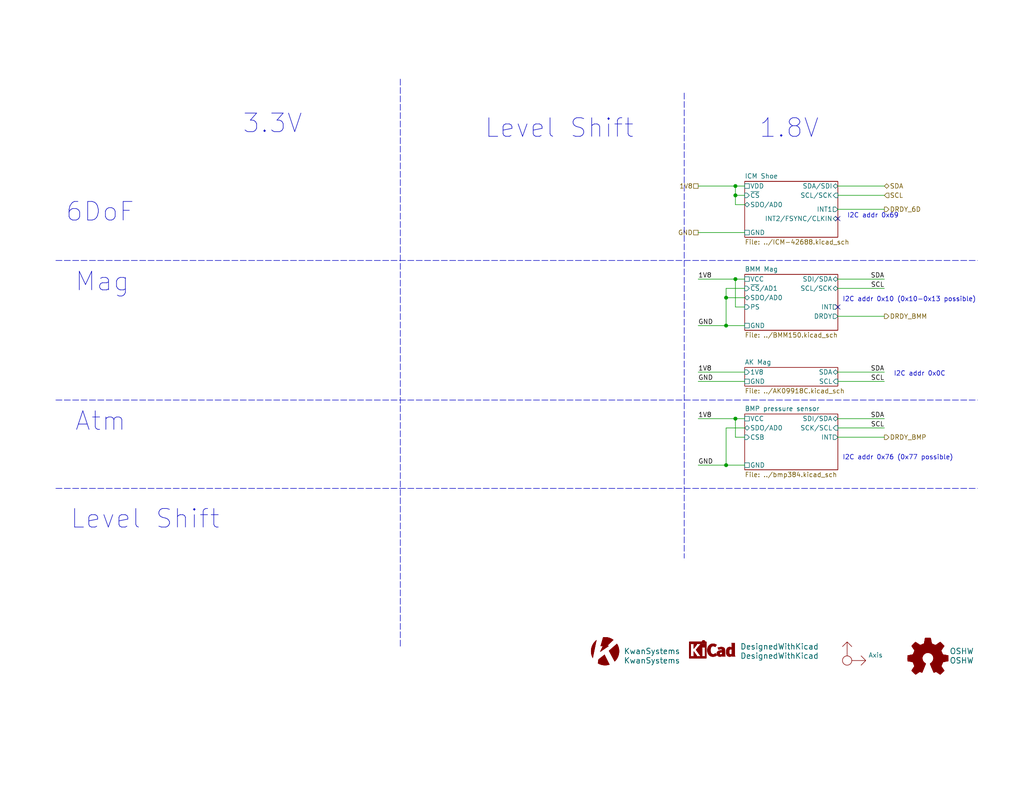
<source format=kicad_sch>
(kicad_sch (version 20211123) (generator eeschema)
  (paper "USLetter")
  (title_block (title "Rollercoasterometer") (date "2022-10-07") (company "Kwan Systems"))
  (lib_symbols
    (symbol "KwanSystems:Axis" (in_bom no)
      (property "Value" "Axis" (at 0 -2.54 0))
      (symbol "Axis_0_1"
        (polyline (pts (xy 0 1.27) (xy 0 5.08) (xy -1.27 3.81) (xy 0 5.08) (xy 1.27 3.81)) (stroke (width 0.1524)))
        (polyline (pts (xy 1.27 0) (xy 5.08 0) (xy 3.81 1.27) (xy 5.08 0) (xy 3.81 -1.27)) (stroke (width 0.1524)))
        (circle (center 0 0) (radius 1.27) (stroke (width 0.1524)))
      )
    )
    (symbol "KwanSystems:DesignedWithKicad" (pin_names (offset 1.016)) (in_bom no)
      (property "Value" "DesignedWithKicad" (at 3.81 -2.54 0))
      (symbol "DesignedWithKicad_0_1"
        (polyline (pts (xy -2.273 4.2434) (xy -2.1768 4.2192) (xy -2.0902 4.1764) (xy -2.0154 4.1166) (xy -1.9544 4.0415) (xy -1.9094 3.9528) (xy -1.8831 3.8565) (xy -1.8773 3.7592) (xy -1.8921 3.6653) (xy -1.9258 3.5775) (xy -1.9765 3.4982) (xy -2.0423 3.4302) (xy -2.1214 3.3759) (xy -2.2119 3.338) (xy -2.2632 3.3256) (xy -2.3077 3.3181) (xy -2.342 3.3151) (xy -2.375 3.3169) (xy -2.4154 3.3238) (xy -2.4485 3.3308) (xy -2.5419 3.3623) (xy -2.6256 3.4134) (xy -2.6977 3.4826) (xy -2.7562 3.5683) (xy -2.7701 3.5955) (xy -2.7866 3.6319) (xy -2.7969 3.6624) (xy -2.8025 3.6946) (xy -2.8047 3.7357) (xy -2.8049 3.7818) (xy -2.8009 3.8661) (xy -2.7874 3.9354) (xy -2.7623 3.996) (xy -2.7228 4.0544) (xy -2.6843 4.0987) (xy -2.6124 4.1645) (xy -2.5373 4.2099) (xy -2.4546 4.2372) (xy -2.3769 4.2474) (xy -2.273 4.2434)) (stroke (width 0.0025)) (fill (type outline)))
        (polyline (pts (xy 0.3284 3.3209) (xy 0.4886 3.2998) (xy 0.6525 3.2596) (xy 0.8223 3.2001) (xy 1 3.1208) (xy 1.0113 3.1153) (xy 1.069 3.0873) (xy 1.1206 3.0632) (xy 1.1622 3.0448) (xy 1.1902 3.0336) (xy 1.1997 3.0311) (xy 1.219 3.0261) (xy 1.2236 3.0219) (xy 1.2185 3.0114) (xy 1.2024 2.9851) (xy 1.1773 2.9457) (xy 1.1449 2.896) (xy 1.1071 2.8387) (xy 1.0658 2.7765) (xy 1.0228 2.7123) (xy 0.9799 2.6487) (xy 0.939 2.5886) (xy 0.902 2.5346) (xy 0.8706 2.4896) (xy 0.8468 2.4563) (xy 0.8323 2.4374) (xy 0.8303 2.4352) (xy 0.8202 2.4399) (xy 0.7978 2.457) (xy 0.7673 2.4836) (xy 0.7515 2.498) (xy 0.655 2.5733) (xy 0.5483 2.6288) (xy 0.4328 2.6639) (xy 0.31 2.6781) (xy 0.2406 2.6769) (xy 0.1194 2.6598) (xy 0.0102 2.6239) (xy -0.0874 2.569) (xy -0.1738 2.4949) (xy -0.2492 2.4013) (xy -0.314 2.2879) (xy -0.3514 2.2013) (xy -0.3953 2.0656) (xy -0.4276 1.9182) (xy -0.4484 1.7627) (xy -0.4579 1.603) (xy -0.4562 1.443) (xy -0.4432 1.2864) (xy -0.4191 1.1371) (xy -0.384 0.9988) (xy -0.3379 0.8753) (xy -0.3216 0.841) (xy -0.2534 0.7269) (xy -0.1729 0.6304) (xy -0.0814 0.5523) (xy 0.0199 0.4934) (xy 0.1299 0.4544) (xy 0.2474 0.4361) (xy 0.2889 0.4348) (xy 0.4104 0.4457) (xy 0.5309 0.4785) (xy 0.6487 0.5326) (xy 0.7623 0.6071) (xy 0.8537 0.6855) (xy 0.9002 0.73) (xy 1.0815 0.4327) (xy 1.1266 0.3586) (xy 1.1678 0.2904) (xy 1.2037 0.2305) (xy 1.2329 0.1816) (xy 1.2538 0.1459) (xy 1.2649 0.126) (xy 1.2664 0.1229) (xy 1.2581 0.1133) (xy 1.2326 0.096) (xy 1.1929 0.0727) (xy 1.1423 0.0451) (xy 1.0841 0.0147) (xy 1.0214 -0.0168) (xy 0.9576 -0.0477) (xy 0.8959 -0.0765) (xy 0.8394 -0.1014) (xy 0.7914 -0.1209) (xy 0.768 -0.1293) (xy 0.6342 -0.1671) (xy 0.4963 -0.1921) (xy 0.3486 -0.2051) (xy 0.2218 -0.2075) (xy 0.1539 -0.2064) (xy 0.0883 -0.2043) (xy 0.0308 -0.2014) (xy -0.0126 -0.1981) (xy -0.0267 -0.1964) (xy -0.1657 -0.1676) (xy -0.3072 -0.1225) (xy -0.4447 -0.0638) (xy -0.5716 0.0059) (xy -0.6491 0.0586) (xy -0.7765 0.1668) (xy -0.8948 0.2933) (xy -1.0018 0.4351) (xy -1.0953 0.589) (xy -1.1732 0.7519) (xy -1.217 0.8692) (xy -1.2673 1.0529) (xy -1.3008 1.2474) (xy -1.3176 1.4487) (xy -1.3176 1.6524) (xy -1.3009 1.8545) (xy -1.2675 2.0506) (xy -1.2174 2.2366) (xy -1.2136 2.2482) (xy -1.1507 2.4103) (xy -1.074 2.5582) (xy -0.9808 2.6961) (xy -0.8685 2.8283) (xy -0.8246 2.8736) (xy -0.6885 2.9975) (xy -0.5485 3.1001) (xy -0.4026 3.1823) (xy -0.2486 3.2454) (xy -0.0843 3.2905) (xy 0.0113 3.308) (xy 0.17 3.3235) (xy 0.3284 3.3209)) (stroke (width 0.0025)) (fill (type outline)))
        (polyline (pts (xy 6.1865 1.7978) (xy 6.1865 1.5633) (xy 6.1866 1.3504) (xy 6.1866 1.1578) (xy 6.1868 0.9845) (xy 6.1871 0.8294) (xy 6.1875 0.6914) (xy 6.1882 0.5693) (xy 6.189 0.4621) (xy 6.1902 0.3687) (xy 6.1917 0.2879) (xy 6.1935 0.2187) (xy 6.1958 0.16) (xy 6.1985 0.1106) (xy 6.2016 0.0695) (xy 6.2053 0.0356) (xy 6.2095 0.0077) (xy 6.2143 -0.0152) (xy 6.2198 -0.0342) (xy 6.2259 -0.0505) (xy 6.2327 -0.0652) (xy 6.2403 -0.0792) (xy 6.2486 -0.0939) (xy 6.2538 -0.103) (xy 6.2881 -0.1637) (xy 5.43 -0.1637) (xy 5.43 -0.0677) (xy 5.4292 -0.0244) (xy 5.4273 0.0088) (xy 5.4245 0.0266) (xy 5.4232 0.0282) (xy 5.4118 0.0213) (xy 5.3891 0.0035) (xy 5.3664 -0.0159) (xy 5.3118 -0.0566) (xy 5.2423 -0.0976) (xy 5.1653 -0.1351) (xy 5.088 -0.1654) (xy 5.0571 -0.175) (xy 4.9886 -0.1896) (xy 4.9058 -0.1995) (xy 4.8164 -0.2046) (xy 4.7282 -0.2044) (xy 4.6492 -0.1987) (xy 4.6115 -0.1929) (xy 4.4734 -0.1548) (xy 4.3461 -0.0971) (xy 4.2303 -0.0202) (xy 4.1266 0.0753) (xy 4.0358 0.1888) (xy 3.969 0.2996) (xy 3.9142 0.4164) (xy 3.8722 0.5357) (xy 3.8422 0.6617) (xy 3.8233 0.7984) (xy 3.8147 0.9498) (xy 3.814 1.0273) (xy 3.8161 1.0841) (xy 4.6452 1.0841) (xy 4.6454 0.991) (xy 4.6483 0.9033) (xy 4.654 0.8262) (xy 4.6625 0.765) (xy 4.665 0.7526) (xy 4.6968 0.6454) (xy 4.7385 0.5583) (xy 4.7904 0.4914) (xy 4.8528 0.4442) (xy 4.9261 0.4166) (xy 5.0107 0.4085) (xy 5.1068 0.4194) (xy 5.1703 0.4352) (xy 5.2195 0.4534) (xy 5.2736 0.4792) (xy 5.3142 0.5029) (xy 5.3848 0.5493) (xy 5.3848 1.6995) (xy 5.3174 1.743) (xy 5.2389 1.784) (xy 5.1547 1.8106) (xy 5.0696 1.8225) (xy 4.9882 1.8193) (xy 4.9154 1.8004) (xy 4.8834 1.7848) (xy 4.8255 1.7418) (xy 4.7765 1.685) (xy 4.7354 1.6124) (xy 4.7009 1.5219) (xy 4.6718 1.4113) (xy 4.6706 1.4055) (xy 4.6604 1.3432) (xy 4.6527 1.2654) (xy 4.6477 1.1773) (xy 4.6452 1.0841) (xy 3.8161 1.0841) (xy 3.8219 1.2401) (xy 3.8438 1.4359) (xy 3.8798 1.6147) (xy 3.9298 1.7762) (xy 3.9937 1.9203) (xy 4.0715 2.0469) (xy 4.1631 2.1559) (xy 4.2685 2.2471) (xy 4.3137 2.2781) (xy 4.4146 2.3342) (xy 4.5179 2.3738) (xy 4.628 2.398) (xy 4.7493 2.4078) (xy 4.8418 2.4067) (xy 4.9715 2.3958) (xy 5.0841 2.374) (xy 5.1829 2.3403) (xy 5.2711 2.2938) (xy 5.32 2.2596) (xy 5.3494 2.2376) (xy 5.371 2.2227) (xy 5.3793 2.2183) (xy 5.3809 2.2291) (xy 5.3822 2.2597) (xy 5.3831 2.3075) (xy 5.3838 2.3695) (xy 5.3842 2.4431) (xy 5.3843 2.5256) (xy 5.3842 2.6141) (xy 5.3838 2.7059) (xy 5.3832 2.7983) (xy 5.3823 2.8885) (xy 5.3813 2.9737) (xy 5.38 3.0513) (xy 5.3786 3.1184) (xy 5.3769 3.1724) (xy 5.3752 3.2104) (xy 5.3747 3.2173) (xy 5.3671 3.2877) (xy 5.3555 3.3429) (xy 5.3378 3.39) (xy 5.3117 3.4364) (xy 5.3054 3.4459) (xy 5.281 3.4826) (xy 6.1863 3.4826) (xy 6.1865 1.7978)) (stroke (width 0.0025)) (fill (type outline)))
        (polyline (pts (xy 2.6736 2.4034) (xy 2.8255 2.3834) (xy 2.9608 2.3498) (xy 3.0802 2.3023) (xy 3.1848 2.2406) (xy 3.2624 2.177) (xy 3.3313 2.1029) (xy 3.385 2.0231) (xy 3.4279 1.9309) (xy 3.4434 1.8878) (xy 3.4562 1.8489) (xy 3.4674 1.8127) (xy 3.4771 1.7776) (xy 3.4854 1.7416) (xy 3.4924 1.703) (xy 3.4983 1.6598) (xy 3.5031 1.6104) (xy 3.5071 1.5527) (xy 3.5103 1.4851) (xy 3.5129 1.4057) (xy 3.5151 1.3126) (xy 3.5168 1.204) (xy 3.5183 1.0781) (xy 3.5198 0.933) (xy 3.521 0.7902) (xy 3.5224 0.634) (xy 3.5236 0.4988) (xy 3.5248 0.3828) (xy 3.5261 0.2844) (xy 3.5277 0.2019) (xy 3.5297 0.1338) (xy 3.5322 0.0782) (xy 3.5353 0.0337) (xy 3.5391 -0.0015) (xy 3.5439 -0.029) (xy 3.5496 -0.0506) (xy 3.5565 -0.0677) (xy 3.5647 -0.0822) (xy 3.5742 -0.0956) (xy 3.5853 -0.1096) (xy 3.5896 -0.1151) (xy 3.6054 -0.1379) (xy 3.6124 -0.1535) (xy 3.6124 -0.1539) (xy 3.6016 -0.1561) (xy 3.5706 -0.1581) (xy 3.522 -0.1599) (xy 3.4582 -0.1615) (xy 3.3817 -0.1626) (xy 3.2949 -0.1634) (xy 3.2005 -0.1637) (xy 3.1896 -0.1637) (xy 2.7667 -0.1637) (xy 2.7634 -0.0676) (xy 2.7601 0.0284) (xy 2.698 -0.0225) (xy 2.6007 -0.0901) (xy 2.4908 -0.1447) (xy 2.4043 -0.175) (xy 2.3353 -0.1897) (xy 2.2519 -0.1997) (xy 2.1622 -0.2046) (xy 2.0738 -0.2043) (xy 1.9949 -0.1984) (xy 1.9586 -0.1926) (xy 1.8186 -0.1548) (xy 1.6922 -0.0999) (xy 1.5803 -0.0289) (xy 1.4838 0.0574) (xy 1.4036 0.1583) (xy 1.3407 0.2729) (xy 1.2963 0.399) (xy 1.284 0.4556) (xy 1.2764 0.5178) (xy 1.2727 0.5926) (xy 1.2722 0.6265) (xy 1.2723 0.6297) (xy 2.0322 0.6297) (xy 2.0415 0.5547) (xy 2.0697 0.4908) (xy 2.1182 0.4352) (xy 2.1233 0.4308) (xy 2.1715 0.396) (xy 2.2233 0.3734) (xy 2.284 0.3615) (xy 2.3594 0.3586) (xy 2.3775 0.359) (xy 2.4313 0.3617) (xy 2.4713 0.3671) (xy 2.5063 0.3773) (xy 2.5451 0.3941) (xy 2.5557 0.3993) (xy 2.6164 0.4352) (xy 2.6632 0.4778) (xy 2.676 0.493) (xy 2.7206 0.5495) (xy 2.7206 0.7454) (xy 2.7201 0.8241) (xy 2.7184 0.882) (xy 2.7154 0.9211) (xy 2.7111 0.9433) (xy 2.707 0.9497) (xy 2.691 0.9529) (xy 2.6573 0.9555) (xy 2.6103 0.9573) (xy 2.555 0.9581) (xy 2.5461 0.9582) (xy 2.4253 0.9529) (xy 2.3227 0.9367) (xy 2.2361 0.909) (xy 2.1637 0.8692) (xy 2.1088 0.8222) (xy 2.0642 0.7644) (xy 2.0395 0.7013) (xy 2.0322 0.6297) (xy 1.2723 0.6297) (xy 1.2742 0.7203) (xy 1.2825 0.7992) (xy 1.2988 0.8704) (xy 1.3244 0.9411) (xy 1.3484 0.9935) (xy 1.407 1.0888) (xy 1.4851 1.1768) (xy 1.5803 1.256) (xy 1.6902 1.3247) (xy 1.8125 1.3813) (xy 1.9448 1.4242) (xy 2.0094 1.4391) (xy 2.1456 1.4612) (xy 2.294 1.4758) (xy 2.4455 1.4822) (xy 2.5721 1.4806) (xy 2.734 1.4738) (xy 2.7265 1.5328) (xy 2.7072 1.6319) (xy 2.6761 1.7126) (xy 2.6323 1.7755) (xy 2.5749 1.8212) (xy 2.503 1.8504) (xy 2.4159 1.8636) (xy 2.3127 1.8614) (xy 2.2747 1.8574) (xy 2.1335 1.8322) (xy 1.9967 1.7912) (xy 1.9022 1.7532) (xy 1.857 1.7338) (xy 1.8186 1.7182) (xy 1.7922 1.7086) (xy 1.7845 1.7065) (xy 1.7748 1.7156) (xy 1.7581 1.7446) (xy 1.7342 1.7938) (xy 1.7031 1.8635) (xy 1.6645 1.9541) (xy 1.6579 1.9699) (xy 1.6279 2.0422) (xy 1.6009 2.1076) (xy 1.5781 2.1631) (xy 1.5608 2.2059) (xy 1.55 2.2332) (xy 1.5469 2.2421) (xy 1.5569 2.2468) (xy 1.5832 2.2521) (xy 1.6115 2.2558) (xy 1.6416 2.2605) (xy 1.6894 2.27) (xy 1.7506 2.2832) (xy 1.8209 2.2992) (xy 1.8962 2.3172) (xy 1.9248 2.3242) (xy 2.0298 2.3498) (xy 2.1175 2.3699) (xy 2.1921 2.385) (xy 2.2579 2.396) (xy 2.3193 2.4033) (xy 2.3806 2.4077) (xy 2.4461 2.4097) (xy 2.5041 2.4101) (xy 2.6736 2.4034)) (stroke (width 0.0025)) (fill (type outline)))
        (polyline (pts (xy -2.9464 3.7809) (xy -2.9355 3.667) (xy -2.9039 3.5594) (xy -2.853 3.4604) (xy -2.7843 3.3723) (xy -2.6992 3.2975) (xy -2.6022 3.2396) (xy -2.496 3.2) (xy -2.389 3.1814) (xy -2.2833 3.1826) (xy -2.1811 3.2021) (xy -2.0845 3.2386) (xy -1.9956 3.2908) (xy -1.9165 3.3573) (xy -1.8494 3.4368) (xy -1.7962 3.528) (xy -1.7592 3.6295) (xy -1.7404 3.7399) (xy -1.7385 3.7898) (xy -1.7385 3.8777) (xy -1.6866 3.8777) (xy -1.6503 3.8749) (xy -1.6234 3.8631) (xy -1.5962 3.8394) (xy -1.5579 3.801) (xy -1.5579 1.6094) (xy -1.5579 1.3473) (xy -1.5579 1.1068) (xy -1.558 0.887) (xy -1.5581 0.6869) (xy -1.5582 0.5057) (xy -1.5584 0.3423) (xy -1.5587 0.1958) (xy -1.5591 0.0654) (xy -1.5595 -0.05) (xy -1.56 -0.1513) (xy -1.5606 -0.2395) (xy -1.5613 -0.3154) (xy -1.5621 -0.3801) (xy -1.5631 -0.4344) (xy -1.5642 -0.4793) (xy -1.5654 -0.5157) (xy -1.5667 -0.5447) (xy -1.5683 -0.5671) (xy -1.5699 -0.5838) (xy -1.5718 -0.5959) (xy -1.5738 -0.6042) (xy -1.576 -0.6097) (xy -1.5771 -0.6115) (xy -1.5813 -0.6185) (xy -1.5848 -0.625) (xy -1.5886 -0.6309) (xy -1.5937 -0.6363) (xy -1.6009 -0.6412) (xy -1.6111 -0.6456) (xy -1.6254 -0.6496) (xy -1.6445 -0.6531) (xy -1.6695 -0.6563) (xy -1.7012 -0.659) (xy -1.7407 -0.6615) (xy -1.7887 -0.6636) (xy -1.8462 -0.6653) (xy -1.9142 -0.6668) (xy -1.9936 -0.6681) (xy -2.0853 -0.6691) (xy -2.1902 -0.6699) (xy -2.3092 -0.6705) (xy -2.4433 -0.6709) (xy -2.5934 -0.6712) (xy -2.7604 -0.6714) (xy -2.9452 -0.6715) (xy -3.1488 -0.6715) (xy -3.3721 -0.6715) (xy -3.6159 -0.6715) (xy -3.8813 -0.6714) (xy -3.9197 -0.6714) (xy -4.1867 -0.6714) (xy -4.432 -0.6713) (xy -4.6566 -0.6712) (xy -4.8613 -0.6711) (xy -5.0472 -0.6709) (xy -5.2151 -0.6706) (xy -5.3659 -0.6703) (xy -5.5006 -0.6699) (xy -5.62 -0.6694) (xy -5.7252 -0.6689) (xy -5.817 -0.6683) (xy -5.8963 -0.6675) (xy -5.964 -0.6667) (xy -6.0212 -0.6657) (xy -6.0686 -0.6646) (xy -6.1073 -0.6634) (xy -6.138 -0.662) (xy -6.1619 -0.6606) (xy -6.1797 -0.6589) (xy -6.1924 -0.6571) (xy -6.2009 -0.6551) (xy -6.2053 -0.6535) (xy -6.2137 -0.6499) (xy -6.2215 -0.6473) (xy -6.2286 -0.6446) (xy -6.2351 -0.6411) (xy -6.2409 -0.6356) (xy -6.2462 -0.6274) (xy -6.251 -0.6154) (xy -6.2552 -0.5987) (xy -6.2589 -0.5765) (xy -6.2622 -0.5477) (xy -6.2651 -0.5114) (xy -6.2675 -0.4667) (xy -6.2696 -0.4126) (xy -6.2714 -0.3483) (xy -6.2728 -0.2727) (xy -6.274 -0.185) (xy -6.2749 -0.0842) (xy -6.2756 0.0306) (xy -6.2761 0.1603) (xy -6.2764 0.306) (xy -6.2766 0.4685) (xy -6.2767 0.6487) (xy -6.2767 0.8476) (xy -6.2767 1.0662) (xy -6.2766 1.3053) (xy -6.2766 1.566) (xy -6.2766 1.6081) (xy -6.2766 1.871) (xy -6.2767 2.1123) (xy -6.2767 2.3328) (xy -6.2766 2.5336) (xy -6.2765 2.7157) (xy -6.2764 2.8798) (xy -6.2761 3.027) (xy -6.2756 3.1582) (xy -6.275 3.2681) (xy -5.9722 3.2681) (xy -5.9324 3.2103) (xy -5.9212 3.1945) (xy -5.9112 3.1806) (xy -5.9021 3.1672) (xy -5.8941 3.1533) (xy -5.887 3.1376) (xy -5.8807 3.119) (xy -5.8753 3.0963) (xy -5.8707 3.0683) (xy -5.8667 3.0337) (xy -5.8634 2.9915) (xy -5.8607 2.9404) (xy -5.8585 2.8793) (xy -5.8567 2.8069) (xy -5.8554 2.722) (xy -5.8545 2.6236) (xy -5.8539 2.5103) (xy -5.8535 2.3811) (xy -5.8533 2.2347) (xy -5.8532 2.0699) (xy -5.8532 1.8856) (xy -5.8533 1.6805) (xy -5.8533 1.5579) (xy -5.8533 1.3409) (xy -5.8532 1.1454) (xy -5.8532 0.97) (xy -5.8534 0.8137) (xy -5.8536 0.6751) (xy -5.8541 0.5533) (xy -5.8549 0.4468) (xy -5.856 0.3547) (xy -5.8574 0.2756) (xy -5.8593 0.2084) (xy -5.8617 0.1519) (xy -5.8647 0.1049) (xy -5.8683 0.0662) (xy -5.8725 0.0347) (xy -5.8774 0.0091) (xy -5.8832 -0.0117) (xy -5.8897 -0.0289) (xy -5.8972 -0.0438) (xy -5.9056 -0.0574) (xy -5.915 -0.0711) (xy -5.9254 -0.0859) (xy -5.9315 -0.0948) (xy -5.9703 -0.1524) (xy -5.4387 -0.1524) (xy -5.3155 -0.1524) (xy -5.213 -0.1522) (xy -5.1294 -0.1519) (xy -5.063 -0.1513) (xy -5.0118 -0.1504) (xy -4.974 -0.1491) (xy -4.9479 -0.1473) (xy -4.9316 -0.145) (xy -4.9233 -0.142) (xy -4.9212 -0.1384) (xy -4.9233 -0.1341) (xy -4.9245 -0.1326) (xy -4.9497 -0.0956) (xy -4.9756 -0.0428) (xy -4.9992 0.0192) (xy -5.0075 0.0456) (xy -5.0121 0.0636) (xy -5.016 0.0846) (xy -5.0192 0.1109) (xy -5.022 0.1445) (xy -5.0242 0.1874) (xy -5.0261 0.2418) (xy -5.0276 0.3097) (xy -5.029 0.3933) (xy -5.0302 0.4946) (xy -5.0313 0.6157) (xy -5.0317 0.6604) (xy -5.0327 0.7856) (xy -5.0335 0.8899) (xy -5.0339 0.9753) (xy -5.034 1.0435) (xy -5.0336 1.0962) (xy -5.0327 1.1354) (xy -5.0313 1.1627) (xy -5.0293 1.18) (xy -5.0266 1.1891) (xy -5.0232 1.1917) (xy -5.019 1.1896) (xy -5.0146 1.1853) (xy -5.0042 1.1724) (xy -4.9822 1.1433) (xy -4.95 1.1002) (xy -4.9092 1.0453) (xy -4.8614 0.9806) (xy -4.8081 0.9083) (xy -4.7509 0.8305) (xy -4.6914 0.7493) (xy -4.6312 0.6669) (xy -4.5717 0.5855) (xy -4.5145 0.507) (xy -4.4612 0.4338) (xy -4.4135 0.3679) (xy -4.3727 0.3113) (xy -4.3405 0.2664) (xy -4.3185 0.2352) (xy -4.3139 0.2285) (xy -4.291 0.1916) (xy -4.2642 0.1436) (xy -4.2388 0.0941) (xy -4.2356 0.0874) (xy -4.2139 0.0392) (xy -4.2013 0.0017) (xy -4.1956 -0.0342) (xy -4.1945 -0.0762) (xy -4.1951 -0.1524) (xy -3.0407 -0.1524) (xy -3.1318 -0.0587) (xy -3.1786 -0.0088) (xy -3.2289 0.0477) (xy -3.2749 0.102) (xy -3.2954 0.1273) (xy -3.3258 0.1669) (xy -3.3659 0.2201) (xy -3.4144 0.2853) (xy -3.4701 0.361) (xy -3.532 0.4454) (xy -3.5988 0.537) (xy -3.6694 0.6341) (xy -3.7425 0.7351) (xy -3.8171 0.8383) (xy -3.8919 0.9422) (xy -3.9658 1.0451) (xy -4.0376 1.1454) (xy -4.1062 1.2414) (xy -4.1703 1.3315) (xy -4.2288 1.4141) (xy -4.2805 1.4875) (xy -4.3242 1.5502) (xy -4.3589 1.6004) (xy -4.3832 1.6367) (xy -4.3961 1.6572) (xy -4.3979 1.6613) (xy -4.3899 1.6727) (xy -4.3691 1.6998) (xy -4.3368 1.7412) (xy -4.2945 1.795) (xy -4.2433 1.8595) (xy -4.1848 1.9331) (xy -4.1203 2.014) (xy -4.0511 2.1006) (xy -3.9787 2.1912) (xy -3.9042 2.2839) (xy -3.8445 2.3583) (xy -2.8335 2.3583) (xy -2.8276 2.3453) (xy -2.8133 2.3231) (xy -2.8122 2.3216) (xy -2.7934 2.2915) (xy -2.7738 2.2546) (xy -2.7699 2.2465) (xy -2.7664 2.2381) (xy -2.7632 2.2279) (xy -2.7605 2.2147) (xy -2.7581 2.1971) (xy -2.756 2.1735) (xy -2.7542 2.1427) (xy -2.7527 2.1032) (xy -2.7514 2.0537) (xy -2.7503 1.9928) (xy -2.7494 1.919) (xy -2.7486 1.831) (xy -2.7479 1.7273) (xy -2.7474 1.6067) (xy -2.7468 1.4676) (xy -2.7463 1.3088) (xy -2.7457 1.1299) (xy -2.7452 0.9448) (xy -2.7448 0.7809) (xy -2.7445 0.6367) (xy -2.7445 0.5109) (xy -2.7448 0.4021) (xy -2.7454 0.3089) (xy -2.7465 0.2299) (xy -2.7481 0.1637) (xy -2.7503 0.1088) (xy -2.7531 0.064) (xy -2.7567 0.0277) (xy -2.761 -0.0013) (xy -2.7661 -0.0246) (xy -2.7722 -0.0435) (xy -2.7792 -0.0594) (xy -2.7873 -0.0736) (xy -2.7965 -0.0877) (xy -2.805 -0.1002) (xy -2.8222 -0.1265) (xy -2.8323 -0.144) (xy -2.8335 -0.1473) (xy -2.8226 -0.1483) (xy -2.7914 -0.1493) (xy -2.7422 -0.1502) (xy -2.6773 -0.151) (xy -2.599 -0.1516) (xy -2.5096 -0.1521) (xy -2.4114 -0.1523) (xy -2.3424 -0.1524) (xy -2.2375 -0.1522) (xy -2.1406 -0.1515) (xy -2.0541 -0.1505) (xy -1.9801 -0.1492) (xy -1.9209 -0.1476) (xy -1.8785 -0.1458) (xy -1.8553 -0.1438) (xy -1.8514 -0.1425) (xy -1.8591 -0.1276) (xy -1.8671 -0.1196) (xy -1.8802 -0.1024) (xy -1.8975 -0.0722) (xy -1.9094 -0.0476) (xy -1.936 0.0113) (xy -1.9391 1.1882) (xy -1.9422 2.365) (xy -2.3879 2.365) (xy -2.4857 2.3649) (xy -2.5761 2.3644) (xy -2.6566 2.3637) (xy -2.725 2.3627) (xy -2.7787 2.3615) (xy -2.8153 2.3602) (xy -2.8325 2.3588) (xy -2.8335 2.3583) (xy -3.8445 2.3583) (xy -3.8293 2.3773) (xy -3.7551 2.4695) (xy -3.6831 2.5588) (xy -3.6146 2.6436) (xy -3.551 2.7221) (xy -3.4936 2.7927) (xy -3.4438 2.8536) (xy -3.4031 2.9032) (xy -3.3859 2.9238) (xy -3.2996 3.0245) (xy -3.223 3.1077) (xy -3.1542 3.1756) (xy -3.0912 3.2299) (xy -3.0819 3.2373) (xy -3.0424 3.2679) (xy -4.1741 3.2681) (xy -4.1688 3.2202) (xy -4.1721 3.1628) (xy -4.1937 3.0945) (xy -4.2336 3.0148) (xy -4.2789 2.9425) (xy -4.2952 2.9199) (xy -4.3232 2.8823) (xy -4.3614 2.832) (xy -4.4081 2.771) (xy -4.4617 2.7016) (xy -4.5203 2.6258) (xy -4.5825 2.5458) (xy -4.6464 2.4638) (xy -4.7105 2.3818) (xy -4.773 2.3021) (xy -4.8323 2.2267) (xy -4.8868 2.1578) (xy -4.9346 2.0976) (xy -4.9743 2.0481) (xy -5.004 2.0116) (xy -5.0222 1.9901) (xy -5.0252 1.9868) (xy -5.0281 1.9949) (xy -5.0303 2.0251) (xy -5.0319 2.0774) (xy -5.0328 2.1515) (xy -5.033 2.2469) (xy -5.0326 2.3636) (xy -5.0317 2.4836) (xy -5.0304 2.6157) (xy -5.0289 2.7274) (xy -5.0269 2.821) (xy -5.0242 2.8986) (xy -5.0206 2.9624) (xy -5.0158 3.0147) (xy -5.0095 3.0577) (xy -5.0015 3.0934) (xy -4.9916 3.1243) (xy -4.9795 3.1524) (xy -4.965 3.18) (xy -4.9503 3.205) (xy -4.9123 3.2681) (xy -5.9722 3.2681) (xy -6.275 3.2681) (xy -6.275 3.2744) (xy -6.2742 3.3765) (xy -6.2732 3.4654) (xy -6.2719 3.5421) (xy -6.2704 3.6075) (xy -6.2685 3.6626) (xy -6.2664 3.7082) (xy -6.2639 3.7455) (xy -6.261 3.7752) (xy -6.2577 3.7983) (xy -6.254 3.8159) (xy -6.2499 3.8287) (xy -6.2452 3.8378) (xy -6.2401 3.8441) (xy -6.2345 3.8485) (xy -6.2283 3.852) (xy -6.2215 3.8556) (xy -6.2155 3.8591) (xy -6.2103 3.8617) (xy -6.2021 3.864) (xy -6.1899 3.8661) (xy -6.1725 3.868) (xy -6.149 3.8697) (xy -6.1181 3.8711) (xy -6.0788 3.8724) (xy -6.03 3.8735) (xy -5.9705 3.8744) (xy -5.8994 3.8752) (xy -5.8155 3.8759) (xy -5.7177 3.8764) (xy -5.6049 3.8768) (xy -5.476 3.8772) (xy -5.33 3.8774) (xy -5.1657 3.8776) (xy -4.982 3.8777) (xy -4.7779 3.8777) (xy -4.5668 3.8777) (xy -2.9464 3.8777) (xy -2.9464 3.7809)) (stroke (width 0.0025)) (fill (type outline)))
      )
    )
    (symbol "KwanSystems:KwanSystems" (pin_names (offset 1.016)) (in_bom no)
      (property "Value" "KwanSystems" (at 0 -5.08 0))
      (symbol "KwanSystems_0_1"
        (polyline (pts (xy 0.3018 3.8025) (xy 0.5462 3.7744) (xy 0.7854 3.7321) (xy 1.0193 3.6754) (xy 1.2478 3.6045) (xy 1.4711 3.5193) (xy 1.689 3.4198) (xy 1.9015 3.3061) (xy 2.1085 3.1781) (xy 2.2308 3.09) (xy 0.4924 1.42) (xy 0.9508 1.42) (xy -1.31 -0.12) (xy -0.5992 1.42) (xy -1.1938 1.42) (xy -0.5192 3.78) (xy -0.3885 3.7927) (xy -0.1814 3.8059) (xy 0.0333 3.811)) (stroke (width 0.0025)) (fill (type outline)))
        (polyline (pts (xy 1.2117 -3.611) (xy 1.1805 -3.6269) (xy 1.1201 -3.6454) (xy 1.0517 -3.6655) (xy 0.8462 -3.7189) (xy 0.6348 -3.7604) (xy 0.4156 -3.7905) (xy 0.3277 -3.7992) (xy 0.1234 -3.8081) (xy 0.0408 -3.8091) (xy -0.0437 -3.8092) (xy -0.1265 -3.8082) (xy -0.3391 -3.7989) (xy -0.5799 -3.7695) (xy -0.8161 -3.7257) (xy -1.0478 -3.6672) (xy -1.2753 -3.5942) (xy -1.4987 -3.5065) (xy -1.6599 -3.4329) (xy -1.8371 -3.3426) (xy -1.9342 -3.2879) (xy -1.78 -2.25) (xy -0.12 -0.95)) (stroke (width 0.0025)) (fill (type outline)))
        (polyline (pts (xy -3.33 -1.85) (xy -3.4035 -1.7216) (xy -3.5014 -1.5107) (xy -3.5664 -1.3527) (xy -3.641 -1.1379) (xy -3.7016 -0.923) (xy -3.7485 -0.7062) (xy -3.782 -0.486) (xy -3.8025 -0.2605) (xy -3.8102 -0.0281) (xy -3.8103 0) (xy -3.8029 0.2742) (xy -3.7787 0.5215) (xy -3.7379 0.7583) (xy -3.6926 0.9566) (xy -3.6383 1.1468) (xy -3.5739 1.3326) (xy -3.4979 1.5178) (xy -3.4219 1.6804) (xy -3.3272 1.8622) (xy -3.2273 2.0324) (xy -3.1205 2.1935) (xy -3.0049 2.3481) (xy -2.8787 2.4988) (xy -2.7399 2.6482) (xy -2.6018 2.7839) (xy -2.4691 2.9048) (xy -2.33 3.02)) (stroke (width 0.0025)) (fill (type outline)))
        (polyline (pts (xy 3.337 1.8449) (xy 3.4183 1.6918) (xy 3.5168 1.4771) (xy 3.6016 1.2562) (xy 3.6727 1.0287) (xy 3.73 0.7948) (xy 3.7737 0.5541) (xy 3.7919 0.4191) (xy 3.7965 0.3713) (xy 3.8004 0.3111) (xy 3.8037 0.2415) (xy 3.8062 0.1653) (xy 3.808 0.0853) (xy 3.8091 0.0045) (xy 3.8092 -0.0742) (xy 3.8085 -0.148) (xy 3.8068 -0.214) (xy 3.8042 -0.2693) (xy 3.8033 -0.2821) (xy 3.7774 -0.5241) (xy 3.7368 -0.7619) (xy 3.6819 -0.9952) (xy 3.6126 -1.2235) (xy 3.5291 -1.4466) (xy 3.4316 -1.664) (xy 3.3202 -1.8755) (xy 3.1951 -2.0807) (xy 3.0563 -2.2792) (xy 2.918 -2.4541) (xy 2.7919 -2.5949) (xy 2.62 -2.77) (xy 1.07 0.12) (xy 3.24 2.01)) (stroke (width 0.0025)) (fill (type outline)))
      )
    )
    (symbol "KwanSystems:OSHW" (pin_names (offset 1.016)) (in_bom no)
      (property "Value" "OSHW" (at 10.16 1.27 0))
      (symbol "OSHW_0_1"
        (polyline (pts (xy 3.81 -3.81) (xy 3.7592 -3.7846) (xy 3.6322 -3.7084) (xy 3.4544 -3.5814) (xy 3.2258 -3.429) (xy 2.9972 -3.2766) (xy 2.8194 -3.175) (xy 2.6924 -3.0734) (xy 2.6416 -3.048) (xy 2.6162 -3.0734) (xy 2.5146 -3.1242) (xy 2.3622 -3.2004) (xy 2.2606 -3.2512) (xy 2.1336 -3.302) (xy 2.0574 -3.302) (xy 2.0574 -3.302) (xy 2.0066 -3.2004) (xy 1.9304 -2.9972) (xy 1.8034 -2.7686) (xy 1.7018 -2.4892) (xy 1.5748 -2.1844) (xy 1.4224 -1.8796) (xy 1.3208 -1.5748) (xy 1.1938 -1.2954) (xy 1.1176 -1.0922) (xy 1.0668 -0.9398) (xy 1.0414 -0.8636) (xy 1.0414 -0.8636) (xy 1.1176 -0.7874) (xy 1.2446 -0.7112) (xy 1.4986 -0.4826) (xy 1.7526 -0.1524) (xy 1.905 0.2032) (xy 1.9812 0.6096) (xy 1.9304 0.9906) (xy 1.778 1.3462) (xy 1.524 1.6764) (xy 1.2192 1.905) (xy 0.8636 2.0574) (xy 0.4572 2.1082) (xy 0.0762 2.0828) (xy -0.2794 1.9304) (xy -0.6096 1.6764) (xy -0.762 1.524) (xy -0.9398 1.1938) (xy -1.0668 0.8382) (xy -1.0668 0.762) (xy -1.0414 0.3556) (xy -0.9398 0) (xy -0.7366 -0.3302) (xy -0.4572 -0.6096) (xy -0.4064 -0.635) (xy -0.2794 -0.7366) (xy -0.1778 -0.8128) (xy -0.127 -0.8636) (xy -0.6096 -2.0574) (xy -0.6858 -2.2606) (xy -0.8382 -2.5908) (xy -0.9398 -2.8702) (xy -1.0414 -3.0988) (xy -1.1176 -3.2512) (xy -1.143 -3.302) (xy -1.143 -3.302) (xy -1.1938 -3.302) (xy -1.27 -3.2766) (xy -1.4478 -3.2004) (xy -1.5494 -3.1496) (xy -1.6764 -3.0734) (xy -1.7526 -3.048) (xy -1.8034 -3.0734) (xy -1.905 -3.1496) (xy -2.0828 -3.2766) (xy -2.3114 -3.429) (xy -2.5146 -3.556) (xy -2.6924 -3.683) (xy -2.8448 -3.7846) (xy -2.8956 -3.81) (xy -2.921 -3.81) (xy -2.9718 -3.7846) (xy -3.0734 -3.683) (xy -3.2512 -3.5306) (xy -3.4798 -3.302) (xy -3.5052 -3.2766) (xy -3.7084 -3.0734) (xy -3.8608 -2.921) (xy -3.9624 -2.794) (xy -3.9878 -2.7432) (xy -3.9878 -2.7432) (xy -3.9624 -2.6924) (xy -3.8608 -2.54) (xy -3.7592 -2.3622) (xy -3.6068 -2.1336) (xy -3.2004 -1.5494) (xy -3.429 -1.016) (xy -3.4798 -0.8382) (xy -3.5814 -0.635) (xy -3.6322 -0.508) (xy -3.6576 -0.4318) (xy -3.7338 -0.4064) (xy -3.8608 -0.381) (xy -4.0894 -0.3302) (xy -4.3434 -0.2794) (xy -4.5974 -0.254) (xy -4.8006 -0.2032) (xy -4.9784 -0.1778) (xy -5.0546 -0.1524) (xy -5.0546 -0.1524) (xy -5.08 -0.1016) (xy -5.08 -0.0254) (xy -5.08 0.1016) (xy -5.1054 0.3048) (xy -5.1054 0.6096) (xy -5.1054 0.6604) (xy -5.08 0.9398) (xy -5.08 1.1684) (xy -5.08 1.2954) (xy -5.08 1.3716) (xy -5.08 1.3716) (xy -5.0038 1.3716) (xy -4.8514 1.4224) (xy -4.6228 1.4478) (xy -4.3688 1.4986) (xy -4.3434 1.524) (xy -4.0894 1.5748) (xy -3.8608 1.6002) (xy -3.7084 1.651) (xy -3.6322 1.6764) (xy -3.6322 1.6764) (xy -3.5814 1.778) (xy -3.5052 1.9558) (xy -3.4036 2.159) (xy -3.3274 2.3622) (xy -3.2512 2.54) (xy -3.2004 2.6924) (xy -3.175 2.7432) (xy -3.175 2.7432) (xy -3.2258 2.8194) (xy -3.302 2.9464) (xy -3.429 3.1242) (xy -3.6068 3.3528) (xy -3.6068 3.3782) (xy -3.7592 3.6068) (xy -3.8862 3.7846) (xy -3.9624 3.9116) (xy -3.9878 3.9878) (xy -3.9878 3.9878) (xy -3.937 4.0386) (xy -3.8354 4.1656) (xy -3.6576 4.3434) (xy -3.4798 4.5466) (xy -3.4036 4.5974) (xy -3.2004 4.826) (xy -3.048 4.953) (xy -2.9464 5.0292) (xy -2.8956 5.0546) (xy -2.8956 5.0546) (xy -2.8448 5.0038) (xy -2.6924 4.9022) (xy -2.5146 4.7752) (xy -2.286 4.6228) (xy -2.2606 4.6228) (xy -2.032 4.4704) (xy -1.8542 4.3434) (xy -1.7272 4.2418) (xy -1.6764 4.2164) (xy -1.651 4.2164) (xy -1.5748 4.2418) (xy -1.397 4.2926) (xy -1.2192 4.3688) (xy -1.016 4.4704) (xy -0.8128 4.5466) (xy -0.6858 4.5974) (xy -0.6096 4.6482) (xy -0.6096 4.6482) (xy -0.5842 4.7244) (xy -0.5588 4.8768) (xy -0.508 5.1054) (xy -0.4572 5.3848) (xy -0.4318 5.4356) (xy -0.381 5.6896) (xy -0.3556 5.9182) (xy -0.3302 6.0706) (xy -0.3048 6.1214) (xy -0.254 6.1468) (xy -0.127 6.1468) (xy 0.0508 6.1468) (xy 0.3048 6.1468) (xy 0.5334 6.1468) (xy 0.7874 6.1468) (xy 0.9906 6.1468) (xy 1.143 6.1214) (xy 1.1938 6.1214) (xy 1.1938 6.1214) (xy 1.2192 6.0452) (xy 1.27 5.8674) (xy 1.2954 5.6388) (xy 1.3716 5.3594) (xy 1.3716 5.3086) (xy 1.4224 5.0546) (xy 1.4732 4.826) (xy 1.4986 4.6736) (xy 1.524 4.6228) (xy 1.524 4.6228) (xy 1.651 4.572) (xy 1.8288 4.4958) (xy 2.032 4.3942) (xy 2.54 4.191) (xy 3.175 4.6228) (xy 3.2258 4.6736) (xy 3.4544 4.826) (xy 3.6322 4.953) (xy 3.7592 5.0292) (xy 3.8354 5.0546) (xy 3.8354 5.0546) (xy 3.8862 5.0038) (xy 4.0132 4.8768) (xy 4.191 4.7244) (xy 4.3688 4.5212) (xy 4.5212 4.3688) (xy 4.699 4.191) (xy 4.8006 4.0894) (xy 4.8768 4.0132) (xy 4.8768 3.9624) (xy 4.8768 3.937) (xy 4.8514 3.8608) (xy 4.7498 3.7338) (xy 4.6228 3.5306) (xy 4.4704 3.3274) (xy 4.3434 3.1242) (xy 4.2164 2.921) (xy 4.1148 2.7686) (xy 4.0894 2.6924) (xy 4.0894 2.667) (xy 4.1402 2.54) (xy 4.2164 2.3622) (xy 4.318 2.1336) (xy 4.5212 1.651) (xy 4.8514 1.5748) (xy 5.0546 1.5494) (xy 5.334 1.4986) (xy 5.588 1.4478) (xy 5.9944 1.3716) (xy 6.0198 -0.127) (xy 5.9436 -0.1524) (xy 5.8928 -0.1524) (xy 5.7404 -0.2032) (xy 5.5118 -0.2286) (xy 5.2578 -0.2794) (xy 5.0546 -0.3302) (xy 4.826 -0.381) (xy 4.6736 -0.4064) (xy 4.5974 -0.4064) (xy 4.572 -0.4318) (xy 4.5212 -0.5334) (xy 4.445 -0.7112) (xy 4.3688 -0.9144) (xy 4.2672 -1.1176) (xy 4.191 -1.3208) (xy 4.1402 -1.4732) (xy 4.1148 -1.5494) (xy 4.1402 -1.6002) (xy 4.2418 -1.7272) (xy 4.3434 -1.9304) (xy 4.4958 -2.1336) (xy 4.6482 -2.3622) (xy 4.7752 -2.54) (xy 4.8514 -2.667) (xy 4.9022 -2.7432) (xy 4.8768 -2.794) (xy 4.8006 -2.8956) (xy 4.6228 -3.048) (xy 4.3942 -3.302) (xy 4.3434 -3.3274) (xy 4.1402 -3.5306) (xy 3.9878 -3.683) (xy 3.8608 -3.7846) (xy 3.81 -3.81)) (stroke (width 0.0025)) (fill (type outline)))
      )
    )
  )
  (junction (at 200.66 76.2))
  (junction (at 200.66 53.34))
  (junction (at 198.12 81.28))
  (junction (at 198.12 127))
  (junction (at 200.66 114.3))
  (junction (at 198.12 88.9))
  (junction (at 200.66 50.8))
  (no_connect (at 228.6 59.69))
  (no_connect (at 228.6 83.82))
  (polyline (pts (xy 15.24 133.35) (xy 266.7 133.35)))
  (wire (pts (xy 190.5 88.9) (xy 198.12 88.9)))
  (wire (pts (xy 198.12 81.28) (xy 198.12 88.9)))
  (wire (pts (xy 198.12 116.84) (xy 203.2 116.84)))
  (wire (pts (xy 190.5 76.2) (xy 200.66 76.2)))
  (wire (pts (xy 198.12 88.9) (xy 203.2 88.9)))
  (wire (pts (xy 190.5 127) (xy 198.12 127)))
  (wire (pts (xy 198.12 127) (xy 198.12 116.84)))
  (polyline (pts (xy 186.69 25.4) (xy 186.69 152.4)))
  (wire (pts (xy 190.5 50.8) (xy 200.66 50.8)))
  (wire (pts (xy 200.66 83.82) (xy 200.66 76.2)))
  (wire (pts (xy 200.66 119.38) (xy 203.2 119.38)))
  (wire (pts (xy 200.66 53.34) (xy 203.2 53.34)))
  (wire (pts (xy 190.5 63.5) (xy 203.2 63.5)))
  (wire (pts (xy 198.12 127) (xy 203.2 127)))
  (wire (pts (xy 228.6 104.14) (xy 241.3 104.14)))
  (polyline (pts (xy 15.24 71.12) (xy 266.7 71.12)))
  (wire (pts (xy 200.66 114.3) (xy 203.2 114.3)))
  (wire (pts (xy 228.6 116.84) (xy 241.3 116.84)))
  (wire (pts (xy 228.6 119.38) (xy 241.3 119.38)))
  (wire (pts (xy 228.6 78.74) (xy 241.3 78.74)))
  (wire (pts (xy 228.6 53.34) (xy 241.3 53.34)))
  (wire (pts (xy 200.66 50.8) (xy 203.2 50.8)))
  (wire (pts (xy 203.2 55.88) (xy 200.66 55.88)))
  (wire (pts (xy 200.66 50.8) (xy 200.66 53.34)))
  (wire (pts (xy 228.6 76.2) (xy 241.3 76.2)))
  (wire (pts (xy 203.2 83.82) (xy 200.66 83.82)))
  (wire (pts (xy 228.6 57.15) (xy 241.3 57.15)))
  (wire (pts (xy 228.6 86.36) (xy 241.3 86.36)))
  (polyline (pts (xy 109.22 21.59) (xy 109.22 176.53)))
  (wire (pts (xy 203.2 78.74) (xy 198.12 78.74)))
  (wire (pts (xy 228.6 114.3) (xy 241.3 114.3)))
  (wire (pts (xy 228.6 50.8) (xy 241.3 50.8)))
  (wire (pts (xy 198.12 81.28) (xy 203.2 81.28)))
  (wire (pts (xy 200.66 114.3) (xy 200.66 119.38)))
  (polyline (pts (xy 15.24 109.22) (xy 266.7 109.22)))
  (wire (pts (xy 190.5 101.6) (xy 203.2 101.6)))
  (wire (pts (xy 198.12 78.74) (xy 198.12 81.28)))
  (wire (pts (xy 200.66 76.2) (xy 203.2 76.2)))
  (wire (pts (xy 190.5 104.14) (xy 203.2 104.14)))
  (wire (pts (xy 190.5 114.3) (xy 200.66 114.3)))
  (wire (pts (xy 200.66 53.34) (xy 200.66 55.88)))
  (wire (pts (xy 228.6 101.6) (xy 241.3 101.6)))
  (text "I2C addr 0x69" (at 231.14 59.69 0) (effects (font (size 1.27 1.27)) (justify left bottom)))
  (text "I2C addr 0x10 (0x10-0x13 possible)" (at 229.87 82.55 0) (effects (font (size 1.27 1.27)) (justify left bottom)))
  (text "Level Shift" (at 132.08 38.1 0) (effects (font (size 5.08 5.08)) (justify left bottom)))
  (text "Mag" (at 20.32 80.01 0) (effects (font (size 5.08 5.08)) (justify left bottom)))
  (text "Atm" (at 20.32 118.11 0) (effects (font (size 5.08 5.08)) (justify left bottom)))
  (text "3.3V" (at 66.04 36.83 0) (effects (font (size 5.08 5.08)) (justify left bottom)))
  (text "I2C addr 0x76 (0x77 possible)" (at 229.87 125.73 0) (effects (font (size 1.27 1.27)) (justify left bottom)))
  (text "1.8V" (at 207.01 38.1 0) (effects (font (size 5.08 5.08)) (justify left bottom)))
  (text "I2C addr 0x0C" (at 243.84 102.87 0) (effects (font (size 1.27 1.27)) (justify left bottom)))
  (text "6DoF" (at 17.78 60.96 0) (effects (font (size 5.08 5.08)) (justify left bottom)))
  (text "Level Shift" (at 19.05 144.78 0) (effects (font (size 5.08 5.08)) (justify left bottom)))
  (label "SCL" (at 241.3 78.74 180))
  (label "SCL" (at 241.3 104.14 180))
  (label "1V8" (at 190.5 76.2 0))
  (label "SCL" (at 241.3 116.84 180))
  (label "GND" (at 190.5 88.9 0))
  (label "GND" (at 190.5 127 0))
  (label "GND" (at 190.5 104.14 0))
  (label "SDA" (at 241.3 101.6 180))
  (label "SDA" (at 241.3 114.3 180))
  (label "1V8" (at 190.5 101.6 0))
  (label "SDA" (at 241.3 76.2 180))
  (label "1V8" (at 190.5 114.3 0))
  (hierarchical_label "DRDY_6D" (shape output) (at 241.3 57.15 0))
  (hierarchical_label "DRDY_BMM" (shape output) (at 241.3 86.36 0))
  (hierarchical_label "DRDY_BMP" (shape output) (at 241.3 119.38 0))
  (hierarchical_label "SCL" (shape input) (at 241.3 53.34 0))
  (hierarchical_label "GND" (shape passive) (at 190.5 63.5 180))
  (hierarchical_label "1V8" (shape passive) (at 190.5 50.8 180))
  (hierarchical_label "SDA" (shape bidirectional) (at 241.3 50.8 0))
  (symbol (lib_id "KwanSystems:Axis") (at 231.14 180.34 0) (unit 1) (in_bom no)
    (property "Reference" "G1501" (effects hide))
    (property "Value" "Axis" (at 236.9312 178.8688 0) (effects (justify left)))
    (property "Footprint" "KwanSystems:Axis" (effects hide))
  )
  (symbol (lib_id "KwanSystems:KwanSystems") (at 165.1 177.8 0) (unit 1) (in_bom no)
    (property "Reference" "G1505" (effects hide))
    (property "Value" "KwanSystems" (at 170.18 180.34 0) (effects (font (size 1.524 1.524)) (justify left)))
    (property "Footprint" "KwanSystems:StKwansSoldermask" (effects hide))
  )
  (symbol (lib_id "KwanSystems:KwanSystems") (at 165.1 177.8 0) (unit 1) (in_bom no)
    (property "Reference" "G1502" (effects hide))
    (property "Value" "KwanSystems" (at 170.18 177.8 0) (effects (font (size 1.524 1.524)) (justify left)))
    (property "Footprint" "KwanSystems:StKwansSoldermask" (effects hide))
  )
  (symbol (lib_id "KwanSystems:DesignedWithKicad") (at 194.31 179.07 0) (unit 1) (in_bom no)
    (property "Reference" "G1507" (effects hide))
    (property "Value" "DesignedWithKicad" (at 201.93 179.07 0) (effects (font (size 1.524 1.524)) (justify left)))
    (property "Footprint" "KwanSystems:Symbol_KiCAD-Logo_CopperAndSilkScreenTop_small" (effects hide))
  )
  (symbol (lib_id "KwanSystems:OSHW") (at 252.73 180.34 0) (unit 1) (in_bom no)
    (property "Reference" "G1506" (effects hide))
    (property "Value" "OSHW" (at 259.08 177.8 0) (effects (font (size 1.524 1.524)) (justify left)))
    (property "Footprint" "KwanSystems:OSHW-Symbol_6.7x6mm_SolderMask" (effects hide))
  )
  (symbol (lib_id "KwanSystems:DesignedWithKicad") (at 194.31 179.07 0) (unit 1) (in_bom no)
    (property "Reference" "G1503" (effects hide))
    (property "Value" "DesignedWithKicad" (at 201.93 176.53 0) (effects (font (size 1.524 1.524)) (justify left)))
    (property "Footprint" "KwanSystems:Symbol_KiCAD-Logo_CopperAndSilkScreenTop_small" (effects hide))
  )
  (symbol (lib_id "KwanSystems:OSHW") (at 252.73 180.34 0) (unit 1) (in_bom no)
    (property "Reference" "G1504" (effects hide))
    (property "Value" "OSHW" (at 259.08 180.34 0) (effects (font (size 1.524 1.524)) (justify left)))
    (property "Footprint" "KwanSystems:OSHW-Symbol_6.7x6mm_SolderMask" (effects hide))
  )
  (sheet (at 203.2 49.53) (size 25.4 15.24) (stroke (width 0.1524))
    (property "Sheet name" "ICM Shoe" (at 203.2 48.8184 0) (effects (justify left bottom)))
    (property "Sheet file" "../ICM-42688.kicad_sch" (at 203.2 65.3546 0) (effects (justify left top)))
    (pin "SDA{slash}SDI" bidirectional (at 228.6 50.8 0))
    (pin "SCL{slash}SCK" input (at 228.6 53.34 0))
    (pin "~{CS}" input (at 203.2 53.34 180))
    (pin "SDO{slash}AD0" bidirectional (at 203.2 55.88 180))
    (pin "INT1" output (at 228.6 57.15 0))
    (pin "GND" passive (at 203.2 63.5 180))
    (pin "INT2{slash}FSYNC{slash}CLKIN" bidirectional (at 228.6 59.69 0))
    (pin "VDD" passive (at 203.2 50.8 180))
  )
  (sheet (at 203.2 100.33) (size 25.4 5.08) (stroke (width 0.1524))
    (property "Sheet name" "AK Mag" (at 203.2 99.6184 0) (effects (justify left bottom)))
    (property "Sheet file" "../AK09918C.kicad_sch" (at 203.2 105.9946 0) (effects (justify left top)))
    (pin "SDA" bidirectional (at 228.6 101.6 0))
    (pin "SCL" input (at 228.6 104.14 0))
    (pin "1V8" input (at 203.2 101.6 180))
    (pin "GND" passive (at 203.2 104.14 180))
  )
  (sheet (at 203.2 113.03) (size 25.4 15.24) (stroke (width 0.1524))
    (property "Sheet name" "BMP pressure sensor" (at 203.2 112.3184 0) (effects (justify left bottom)))
    (property "Sheet file" "../bmp384.kicad_sch" (at 203.2 128.8546 0) (effects (justify left top)))
    (pin "VCC" passive (at 203.2 114.3 180))
    (pin "GND" passive (at 203.2 127 180))
    (pin "SDO{slash}AD0" bidirectional (at 203.2 116.84 180))
    (pin "SDI{slash}SDA" bidirectional (at 228.6 114.3 0))
    (pin "CSB" input (at 203.2 119.38 180))
    (pin "INT" output (at 228.6 119.38 0))
    (pin "SCK{slash}SCL" input (at 228.6 116.84 0))
  )
  (sheet (at 203.2 74.93) (size 25.4 15.24) (stroke (width 0.1524))
    (property "Sheet name" "BMM Mag" (at 203.2 74.2184 0) (effects (justify left bottom)))
    (property "Sheet file" "../BMM150.kicad_sch" (at 203.2 90.7546 0) (effects (justify left top)))
    (pin "SDO{slash}AD0" bidirectional (at 203.2 81.28 180))
    (pin "SCL{slash}SCK" bidirectional (at 228.6 78.74 0))
    (pin "~{CS}{slash}AD1" input (at 203.2 78.74 180))
    (pin "PS" input (at 203.2 83.82 180))
    (pin "INT" output (at 228.6 83.82 0))
    (pin "DRDY" output (at 228.6 86.36 0))
    (pin "SDI{slash}SDA" bidirectional (at 228.6 76.2 0))
    (pin "VCC" passive (at 203.2 76.2 180))
    (pin "GND" passive (at 203.2 88.9 180))
  )
)
</source>
